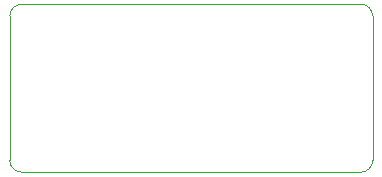
<source format=gbr>
G04 (created by PCBNEW (2013-07-07 BZR 4022)-stable) date 4/25/2015 1:29:16 AM*
%MOIN*%
G04 Gerber Fmt 3.4, Leading zero omitted, Abs format*
%FSLAX34Y34*%
G01*
G70*
G90*
G04 APERTURE LIST*
%ADD10C,0.00590551*%
%ADD11C,0.00393701*%
G04 APERTURE END LIST*
G54D10*
G54D11*
X54500Y-14000D02*
X54500Y-18800D01*
X42400Y-18800D02*
G75*
G03X42800Y-19200I400J0D01*
G74*
G01*
X42800Y-13600D02*
G75*
G03X42400Y-14000I0J-400D01*
G74*
G01*
X54100Y-19200D02*
G75*
G03X54500Y-18800I0J400D01*
G74*
G01*
X54500Y-14000D02*
G75*
G03X54100Y-13600I-400J0D01*
G74*
G01*
X42400Y-18800D02*
X42400Y-14000D01*
X54100Y-19200D02*
X42800Y-19200D01*
X42800Y-13600D02*
X54100Y-13600D01*
M02*

</source>
